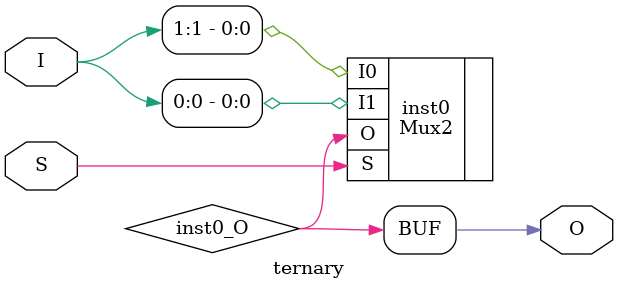
<source format=v>
module ternary (input [1:0] I, input  S, output  O);
wire  inst0_O;
Mux2 inst0 (.I0(I[1]), .I1(I[0]), .S(S), .O(inst0_O));
assign O = inst0_O;
endmodule


</source>
